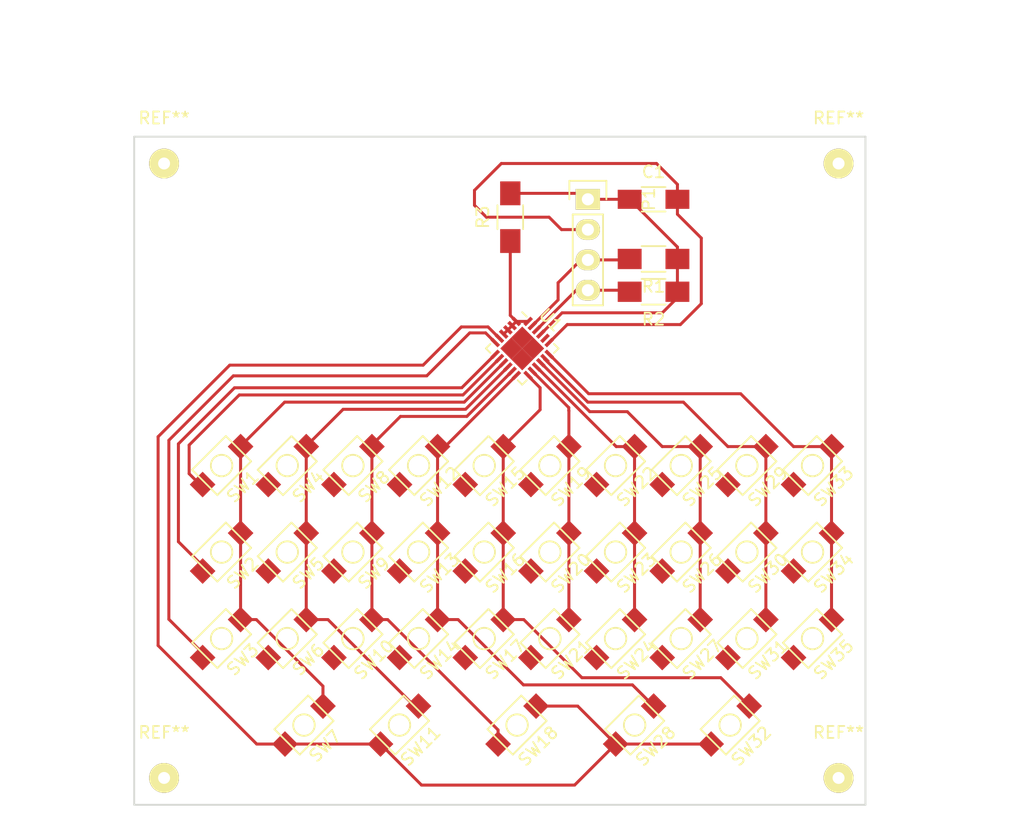
<source format=kicad_pcb>
(kicad_pcb (version 4) (host pcbnew 4.0.2-stable)

  (general
    (links 87)
    (no_connects 29)
    (area 103.105713 42.15 193 111.15)
    (thickness 1.6)
    (drawings 6)
    (tracks 152)
    (zones 0)
    (modules 45)
    (nets 20)
  )

  (page A4)
  (layers
    (0 F.Cu signal)
    (31 B.Cu signal)
    (32 B.Adhes user)
    (33 F.Adhes user)
    (34 B.Paste user)
    (35 F.Paste user)
    (36 B.SilkS user)
    (37 F.SilkS user)
    (38 B.Mask user)
    (39 F.Mask user)
    (40 Dwgs.User user)
    (41 Cmts.User user)
    (42 Eco1.User user)
    (43 Eco2.User user)
    (44 Edge.Cuts user)
    (45 Margin user)
    (46 B.CrtYd user)
    (47 F.CrtYd user)
    (48 B.Fab user)
    (49 F.Fab user)
  )

  (setup
    (last_trace_width 0.25)
    (trace_clearance 0.2)
    (zone_clearance 0.508)
    (zone_45_only no)
    (trace_min 0.2)
    (segment_width 0.2)
    (edge_width 0.15)
    (via_size 0.6)
    (via_drill 0.4)
    (via_min_size 0.4)
    (via_min_drill 0.3)
    (uvia_size 0.3)
    (uvia_drill 0.1)
    (uvias_allowed no)
    (uvia_min_size 0.2)
    (uvia_min_drill 0.1)
    (pcb_text_width 0.3)
    (pcb_text_size 1.5 1.5)
    (mod_edge_width 0.15)
    (mod_text_size 1 1)
    (mod_text_width 0.15)
    (pad_size 1.3 1.3)
    (pad_drill 0)
    (pad_to_mask_clearance 0.2)
    (aux_axis_origin 0 0)
    (visible_elements FFFFFF7F)
    (pcbplotparams
      (layerselection 0x00000_80000001)
      (usegerberextensions false)
      (excludeedgelayer true)
      (linewidth 0.100000)
      (plotframeref false)
      (viasonmask false)
      (mode 1)
      (useauxorigin false)
      (hpglpennumber 1)
      (hpglpenspeed 20)
      (hpglpendiameter 15)
      (hpglpenoverlay 2)
      (psnegative false)
      (psa4output false)
      (plotreference true)
      (plotvalue true)
      (plotinvisibletext false)
      (padsonsilk false)
      (subtractmaskfromsilk false)
      (outputformat 4)
      (mirror false)
      (drillshape 1)
      (scaleselection 1)
      (outputdirectory gerber))
  )

  (net 0 "")
  (net 1 +3V3)
  (net 2 GND)
  (net 3 SCL)
  (net 4 SDA)
  (net 5 "Net-(R3-Pad1)")
  (net 6 /ROW0)
  (net 7 /COL0)
  (net 8 /ROW1)
  (net 9 /ROW2)
  (net 10 /COL1)
  (net 11 /ROW3)
  (net 12 /COL2)
  (net 13 /COL3)
  (net 14 /COL4)
  (net 15 /COL5)
  (net 16 /COL6)
  (net 17 /COL7)
  (net 18 /COL8)
  (net 19 /COL9)

  (net_class Default "This is the default net class."
    (clearance 0.2)
    (trace_width 0.25)
    (via_dia 0.6)
    (via_drill 0.4)
    (uvia_dia 0.3)
    (uvia_drill 0.1)
    (add_net +3V3)
    (add_net /COL0)
    (add_net /COL1)
    (add_net /COL2)
    (add_net /COL3)
    (add_net /COL4)
    (add_net /COL5)
    (add_net /COL6)
    (add_net /COL7)
    (add_net /COL8)
    (add_net /COL9)
    (add_net /ROW0)
    (add_net /ROW1)
    (add_net /ROW2)
    (add_net /ROW3)
    (add_net GND)
    (add_net "Net-(R3-Pad1)")
    (add_net SCL)
    (add_net SDA)
  )

  (module Wire_Pads:SolderWirePad_single_1mmDrill (layer F.Cu) (tedit 0) (tstamp 5785F510)
    (at 173.5 55.5)
    (fp_text reference REF** (at 0 -3.81) (layer F.SilkS)
      (effects (font (size 1 1) (thickness 0.15)))
    )
    (fp_text value SolderWirePad_single_1mmDrill (at -1.905 3.175) (layer F.Fab)
      (effects (font (size 1 1) (thickness 0.15)))
    )
    (pad 1 thru_hole circle (at 0 0) (size 2.49936 2.49936) (drill 1.00076) (layers *.Cu *.Mask F.SilkS))
  )

  (module Wire_Pads:SolderWirePad_single_1mmDrill (layer F.Cu) (tedit 0) (tstamp 5785F50B)
    (at 173.5 107)
    (fp_text reference REF** (at 0 -3.81) (layer F.SilkS)
      (effects (font (size 1 1) (thickness 0.15)))
    )
    (fp_text value SolderWirePad_single_1mmDrill (at -1.905 3.175) (layer F.Fab)
      (effects (font (size 1 1) (thickness 0.15)))
    )
    (pad 1 thru_hole circle (at 0 0) (size 2.49936 2.49936) (drill 1.00076) (layers *.Cu *.Mask F.SilkS))
  )

  (module Wire_Pads:SolderWirePad_single_1mmDrill (layer F.Cu) (tedit 0) (tstamp 5785F506)
    (at 117 107)
    (fp_text reference REF** (at 0 -3.81) (layer F.SilkS)
      (effects (font (size 1 1) (thickness 0.15)))
    )
    (fp_text value SolderWirePad_single_1mmDrill (at -1.905 3.175) (layer F.Fab)
      (effects (font (size 1 1) (thickness 0.15)))
    )
    (pad 1 thru_hole circle (at 0 0) (size 2.49936 2.49936) (drill 1.00076) (layers *.Cu *.Mask F.SilkS))
  )

  (module Capacitors_SMD:C_1206_HandSoldering (layer F.Cu) (tedit 541A9C03) (tstamp 577825E7)
    (at 158 58.5)
    (descr "Capacitor SMD 1206, hand soldering")
    (tags "capacitor 1206")
    (path /5777F7F8)
    (attr smd)
    (fp_text reference C1 (at 0 -2.3) (layer F.SilkS)
      (effects (font (size 1 1) (thickness 0.15)))
    )
    (fp_text value C_Small (at 0 2.3) (layer F.Fab)
      (effects (font (size 1 1) (thickness 0.15)))
    )
    (fp_line (start -3.3 -1.15) (end 3.3 -1.15) (layer F.CrtYd) (width 0.05))
    (fp_line (start -3.3 1.15) (end 3.3 1.15) (layer F.CrtYd) (width 0.05))
    (fp_line (start -3.3 -1.15) (end -3.3 1.15) (layer F.CrtYd) (width 0.05))
    (fp_line (start 3.3 -1.15) (end 3.3 1.15) (layer F.CrtYd) (width 0.05))
    (fp_line (start 1 -1.025) (end -1 -1.025) (layer F.SilkS) (width 0.15))
    (fp_line (start -1 1.025) (end 1 1.025) (layer F.SilkS) (width 0.15))
    (pad 1 smd rect (at -2 0) (size 2 1.6) (layers F.Cu F.Paste F.Mask)
      (net 1 +3V3))
    (pad 2 smd rect (at 2 0) (size 2 1.6) (layers F.Cu F.Paste F.Mask)
      (net 2 GND))
    (model Capacitors_SMD.3dshapes/C_1206_HandSoldering.wrl
      (at (xyz 0 0 0))
      (scale (xyz 1 1 1))
      (rotate (xyz 0 0 0))
    )
  )

  (module Socket_Strips:Socket_Strip_Straight_1x04 (layer F.Cu) (tedit 0) (tstamp 577825EF)
    (at 152.5 58.5 270)
    (descr "Through hole socket strip")
    (tags "socket strip")
    (path /5777EDAC)
    (fp_text reference P1 (at 0 -5.1 270) (layer F.SilkS)
      (effects (font (size 1 1) (thickness 0.15)))
    )
    (fp_text value CONN_01X04 (at 0 -3.1 270) (layer F.Fab)
      (effects (font (size 1 1) (thickness 0.15)))
    )
    (fp_line (start -1.75 -1.75) (end -1.75 1.75) (layer F.CrtYd) (width 0.05))
    (fp_line (start 9.4 -1.75) (end 9.4 1.75) (layer F.CrtYd) (width 0.05))
    (fp_line (start -1.75 -1.75) (end 9.4 -1.75) (layer F.CrtYd) (width 0.05))
    (fp_line (start -1.75 1.75) (end 9.4 1.75) (layer F.CrtYd) (width 0.05))
    (fp_line (start 1.27 -1.27) (end 8.89 -1.27) (layer F.SilkS) (width 0.15))
    (fp_line (start 1.27 1.27) (end 8.89 1.27) (layer F.SilkS) (width 0.15))
    (fp_line (start -1.55 1.55) (end 0 1.55) (layer F.SilkS) (width 0.15))
    (fp_line (start 8.89 -1.27) (end 8.89 1.27) (layer F.SilkS) (width 0.15))
    (fp_line (start 1.27 1.27) (end 1.27 -1.27) (layer F.SilkS) (width 0.15))
    (fp_line (start 0 -1.55) (end -1.55 -1.55) (layer F.SilkS) (width 0.15))
    (fp_line (start -1.55 -1.55) (end -1.55 1.55) (layer F.SilkS) (width 0.15))
    (pad 1 thru_hole rect (at 0 0 270) (size 1.7272 2.032) (drill 1.016) (layers *.Cu *.Mask F.SilkS)
      (net 1 +3V3))
    (pad 2 thru_hole oval (at 2.54 0 270) (size 1.7272 2.032) (drill 1.016) (layers *.Cu *.Mask F.SilkS)
      (net 2 GND))
    (pad 3 thru_hole oval (at 5.08 0 270) (size 1.7272 2.032) (drill 1.016) (layers *.Cu *.Mask F.SilkS)
      (net 3 SCL))
    (pad 4 thru_hole oval (at 7.62 0 270) (size 1.7272 2.032) (drill 1.016) (layers *.Cu *.Mask F.SilkS)
      (net 4 SDA))
    (model Socket_Strips.3dshapes/Socket_Strip_Straight_1x04.wrl
      (at (xyz 0.15 0 0))
      (scale (xyz 1 1 1))
      (rotate (xyz 0 0 180))
    )
  )

  (module Resistors_SMD:R_1206_HandSoldering (layer F.Cu) (tedit 5418A20D) (tstamp 577825F5)
    (at 158 63.5 180)
    (descr "Resistor SMD 1206, hand soldering")
    (tags "resistor 1206")
    (path /57780D13)
    (attr smd)
    (fp_text reference R1 (at 0 -2.3 180) (layer F.SilkS)
      (effects (font (size 1 1) (thickness 0.15)))
    )
    (fp_text value 4.7k (at 0 2.3 180) (layer F.Fab)
      (effects (font (size 1 1) (thickness 0.15)))
    )
    (fp_line (start -3.3 -1.2) (end 3.3 -1.2) (layer F.CrtYd) (width 0.05))
    (fp_line (start -3.3 1.2) (end 3.3 1.2) (layer F.CrtYd) (width 0.05))
    (fp_line (start -3.3 -1.2) (end -3.3 1.2) (layer F.CrtYd) (width 0.05))
    (fp_line (start 3.3 -1.2) (end 3.3 1.2) (layer F.CrtYd) (width 0.05))
    (fp_line (start 1 1.075) (end -1 1.075) (layer F.SilkS) (width 0.15))
    (fp_line (start -1 -1.075) (end 1 -1.075) (layer F.SilkS) (width 0.15))
    (pad 1 smd rect (at -2 0 180) (size 2 1.7) (layers F.Cu F.Paste F.Mask)
      (net 1 +3V3))
    (pad 2 smd rect (at 2 0 180) (size 2 1.7) (layers F.Cu F.Paste F.Mask)
      (net 3 SCL))
    (model Resistors_SMD.3dshapes/R_1206_HandSoldering.wrl
      (at (xyz 0 0 0))
      (scale (xyz 1 1 1))
      (rotate (xyz 0 0 0))
    )
  )

  (module Resistors_SMD:R_1206_HandSoldering (layer F.Cu) (tedit 5418A20D) (tstamp 577825FB)
    (at 158 66.25 180)
    (descr "Resistor SMD 1206, hand soldering")
    (tags "resistor 1206")
    (path /57780CA0)
    (attr smd)
    (fp_text reference R2 (at 0 -2.3 180) (layer F.SilkS)
      (effects (font (size 1 1) (thickness 0.15)))
    )
    (fp_text value 4.7k (at 0 2.3 180) (layer F.Fab)
      (effects (font (size 1 1) (thickness 0.15)))
    )
    (fp_line (start -3.3 -1.2) (end 3.3 -1.2) (layer F.CrtYd) (width 0.05))
    (fp_line (start -3.3 1.2) (end 3.3 1.2) (layer F.CrtYd) (width 0.05))
    (fp_line (start -3.3 -1.2) (end -3.3 1.2) (layer F.CrtYd) (width 0.05))
    (fp_line (start 3.3 -1.2) (end 3.3 1.2) (layer F.CrtYd) (width 0.05))
    (fp_line (start 1 1.075) (end -1 1.075) (layer F.SilkS) (width 0.15))
    (fp_line (start -1 -1.075) (end 1 -1.075) (layer F.SilkS) (width 0.15))
    (pad 1 smd rect (at -2 0 180) (size 2 1.7) (layers F.Cu F.Paste F.Mask)
      (net 1 +3V3))
    (pad 2 smd rect (at 2 0 180) (size 2 1.7) (layers F.Cu F.Paste F.Mask)
      (net 4 SDA))
    (model Resistors_SMD.3dshapes/R_1206_HandSoldering.wrl
      (at (xyz 0 0 0))
      (scale (xyz 1 1 1))
      (rotate (xyz 0 0 0))
    )
  )

  (module Resistors_SMD:R_1206_HandSoldering (layer F.Cu) (tedit 5418A20D) (tstamp 57782601)
    (at 146 60 90)
    (descr "Resistor SMD 1206, hand soldering")
    (tags "resistor 1206")
    (path /5777DC65)
    (attr smd)
    (fp_text reference R3 (at 0 -2.3 90) (layer F.SilkS)
      (effects (font (size 1 1) (thickness 0.15)))
    )
    (fp_text value 10k (at 0 2.3 90) (layer F.Fab)
      (effects (font (size 1 1) (thickness 0.15)))
    )
    (fp_line (start -3.3 -1.2) (end 3.3 -1.2) (layer F.CrtYd) (width 0.05))
    (fp_line (start -3.3 1.2) (end 3.3 1.2) (layer F.CrtYd) (width 0.05))
    (fp_line (start -3.3 -1.2) (end -3.3 1.2) (layer F.CrtYd) (width 0.05))
    (fp_line (start 3.3 -1.2) (end 3.3 1.2) (layer F.CrtYd) (width 0.05))
    (fp_line (start 1 1.075) (end -1 1.075) (layer F.SilkS) (width 0.15))
    (fp_line (start -1 -1.075) (end 1 -1.075) (layer F.SilkS) (width 0.15))
    (pad 1 smd rect (at -2 0 90) (size 2 1.7) (layers F.Cu F.Paste F.Mask)
      (net 5 "Net-(R3-Pad1)"))
    (pad 2 smd rect (at 2 0 90) (size 2 1.7) (layers F.Cu F.Paste F.Mask)
      (net 1 +3V3))
    (model Resistors_SMD.3dshapes/R_1206_HandSoldering.wrl
      (at (xyz 0 0 0))
      (scale (xyz 1 1 1))
      (rotate (xyz 0 0 0))
    )
  )

  (module TCA8418:TCA8418RTWR (layer F.Cu) (tedit 5777885D) (tstamp 577827D0)
    (at 147 71 315)
    (descr "24-Lead Plastic Quad Flat, No Lead Package (MJ) - 4x4x0.9 mm Body [QFN]; (see Microchip Packaging Specification 00000049BS.pdf)")
    (tags "QFN 0.5")
    (path /57778F82)
    (attr smd)
    (fp_text reference U1 (at 0 -3.375 315) (layer F.SilkS)
      (effects (font (size 1 1) (thickness 0.15)))
    )
    (fp_text value TCA8418 (at 0 3.81 315) (layer F.Fab)
      (effects (font (size 1 1) (thickness 0.15)))
    )
    (fp_line (start -2.65 -2.65) (end -2.65 2.65) (layer F.CrtYd) (width 0.05))
    (fp_line (start 2.65 -2.65) (end 2.65 2.65) (layer F.CrtYd) (width 0.05))
    (fp_line (start -2.65 -2.65) (end 2.65 -2.65) (layer F.CrtYd) (width 0.05))
    (fp_line (start -2.65 2.65) (end 2.65 2.65) (layer F.CrtYd) (width 0.05))
    (fp_line (start 2.15 -2.15) (end 2.15 -1.625) (layer F.SilkS) (width 0.15))
    (fp_line (start -2.15 2.15) (end -2.15 1.625) (layer F.SilkS) (width 0.15))
    (fp_line (start 2.15 2.15) (end 2.15 1.625) (layer F.SilkS) (width 0.15))
    (fp_line (start -2.15 -2.15) (end -1.625 -2.15) (layer F.SilkS) (width 0.15))
    (fp_line (start -2.15 2.15) (end -1.625 2.15) (layer F.SilkS) (width 0.15))
    (fp_line (start 2.15 2.15) (end 1.625 2.15) (layer F.SilkS) (width 0.15))
    (fp_line (start 2.15 -2.15) (end 1.625 -2.15) (layer F.SilkS) (width 0.15))
    (pad 1 smd rect (at -1.95 -1.25 315) (size 0.85 0.3) (layers F.Cu F.Paste F.Mask)
      (net 5 "Net-(R3-Pad1)"))
    (pad 2 smd rect (at -1.95 -0.75 315) (size 0.85 0.3) (layers F.Cu F.Paste F.Mask)
      (net 5 "Net-(R3-Pad1)"))
    (pad 3 smd rect (at -1.95 -0.25 315) (size 0.85 0.3) (layers F.Cu F.Paste F.Mask)
      (net 5 "Net-(R3-Pad1)"))
    (pad 4 smd rect (at -1.95 0.25 315) (size 0.85 0.3) (layers F.Cu F.Paste F.Mask)
      (net 5 "Net-(R3-Pad1)"))
    (pad 5 smd rect (at -1.95 0.75 315) (size 0.85 0.3) (layers F.Cu F.Paste F.Mask)
      (net 11 /ROW3))
    (pad 6 smd rect (at -1.95 1.25 315) (size 0.85 0.3) (layers F.Cu F.Paste F.Mask)
      (net 9 /ROW2))
    (pad 7 smd rect (at -1.25 1.95 45) (size 0.85 0.3) (layers F.Cu F.Paste F.Mask)
      (net 8 /ROW1))
    (pad 8 smd rect (at -0.75 1.95 45) (size 0.85 0.3) (layers F.Cu F.Paste F.Mask)
      (net 6 /ROW0))
    (pad 9 smd rect (at -0.25 1.95 45) (size 0.85 0.3) (layers F.Cu F.Paste F.Mask)
      (net 7 /COL0))
    (pad 10 smd rect (at 0.25 1.95 45) (size 0.85 0.3) (layers F.Cu F.Paste F.Mask)
      (net 10 /COL1))
    (pad 11 smd rect (at 0.75 1.95 45) (size 0.85 0.3) (layers F.Cu F.Paste F.Mask)
      (net 12 /COL2))
    (pad 12 smd rect (at 1.25 1.95 45) (size 0.85 0.3) (layers F.Cu F.Paste F.Mask)
      (net 13 /COL3))
    (pad 13 smd rect (at 1.95 1.25 315) (size 0.85 0.3) (layers F.Cu F.Paste F.Mask)
      (net 14 /COL4))
    (pad 14 smd rect (at 1.95 0.75 315) (size 0.85 0.3) (layers F.Cu F.Paste F.Mask)
      (net 15 /COL5))
    (pad 15 smd rect (at 1.95 0.25 315) (size 0.85 0.3) (layers F.Cu F.Paste F.Mask)
      (net 16 /COL6))
    (pad 16 smd rect (at 1.95 -0.25 315) (size 0.85 0.3) (layers F.Cu F.Paste F.Mask)
      (net 17 /COL7))
    (pad 17 smd rect (at 1.95 -0.75 315) (size 0.85 0.3) (layers F.Cu F.Paste F.Mask)
      (net 18 /COL8))
    (pad 18 smd rect (at 1.95 -1.25 315) (size 0.85 0.3) (layers F.Cu F.Paste F.Mask)
      (net 19 /COL9))
    (pad 19 smd rect (at 1.25 -1.95 45) (size 0.85 0.3) (layers F.Cu F.Paste F.Mask)
      (net 2 GND))
    (pad 20 smd rect (at 0.75 -1.95 45) (size 0.85 0.3) (layers F.Cu F.Paste F.Mask)
      (net 5 "Net-(R3-Pad1)"))
    (pad 21 smd rect (at 0.25 -1.95 45) (size 0.85 0.3) (layers F.Cu F.Paste F.Mask)
      (net 1 +3V3))
    (pad 22 smd rect (at -0.25 -1.95 45) (size 0.85 0.3) (layers F.Cu F.Paste F.Mask)
      (net 4 SDA))
    (pad 23 smd rect (at -0.75 -1.95 45) (size 0.85 0.3) (layers F.Cu F.Paste F.Mask)
      (net 3 SCL))
    (pad 24 smd rect (at -1.25 -1.95 45) (size 0.85 0.3) (layers F.Cu F.Paste F.Mask)
      (net 5 "Net-(R3-Pad1)"))
    (pad 25 smd rect (at 0.65 0.65 315) (size 1.3 1.3) (layers F.Cu F.Paste F.Mask)
      (solder_paste_margin_ratio -0.2))
    (pad 25 smd rect (at 0.65 -0.65 315) (size 1.3 1.3) (layers F.Cu F.Paste F.Mask)
      (solder_paste_margin_ratio -0.2))
    (pad 25 smd rect (at -0.65 0.65 315) (size 1.3 1.3) (layers F.Cu F.Paste F.Mask)
      (solder_paste_margin_ratio -0.2))
    (pad 25 smd rect (at -0.65 -0.65 315) (size 1.3 1.3) (layers F.Cu F.Paste F.Mask)
      (solder_paste_margin_ratio -0.2))
    (model Housings_DFN_QFN.3dshapes/QFN-24-1EP_4x4mm_Pitch0.5mm.wrl
      (at (xyz 0 0 0))
      (scale (xyz 1 1 1))
      (rotate (xyz 0 0 0))
    )
  )

  (module TCA8418:SMD_Switch_4x3mm (layer F.Cu) (tedit 57782D73) (tstamp 577827A5)
    (at 174.5 98.5 45)
    (path /572E7B13)
    (fp_text reference SW35 (at 0 -2 45) (layer F.SilkS)
      (effects (font (size 1 1) (thickness 0.15)))
    )
    (fp_text value SW_ENT (at 0 -6.75 45) (layer F.Fab)
      (effects (font (size 1 1) (thickness 0.15)))
    )
    (fp_circle (center 0 -4.5) (end 0.75 -4) (layer F.SilkS) (width 0.15))
    (fp_line (start -2 -3) (end -2 -6) (layer F.SilkS) (width 0.15))
    (fp_line (start -2 -6) (end 2 -6) (layer F.SilkS) (width 0.15))
    (fp_line (start 2 -6) (end 2 -3) (layer F.SilkS) (width 0.15))
    (fp_line (start 2 -3) (end 0 -3) (layer F.SilkS) (width 0.15))
    (fp_line (start 0 -3) (end -2 -3) (layer F.SilkS) (width 0.15))
    (pad 1 smd rect (at -2.25 -4.5 45) (size 1.524 1.524) (layers F.Cu F.Paste F.Mask)
      (net 9 /ROW2))
    (pad 2 smd rect (at 2.25 -4.5 45) (size 1.524 1.524) (layers F.Cu F.Paste F.Mask)
      (net 19 /COL9))
  )

  (module TCA8418:SMD_Switch_4x3mm (layer F.Cu) (tedit 57782D73) (tstamp 57782799)
    (at 174.5 91.25 45)
    (path /572E78D9)
    (fp_text reference SW34 (at 0 -2 45) (layer F.SilkS)
      (effects (font (size 1 1) (thickness 0.15)))
    )
    (fp_text value SW_BK (at 0 -6.75 45) (layer F.Fab)
      (effects (font (size 1 1) (thickness 0.15)))
    )
    (fp_circle (center 0 -4.5) (end 0.75 -4) (layer F.SilkS) (width 0.15))
    (fp_line (start -2 -3) (end -2 -6) (layer F.SilkS) (width 0.15))
    (fp_line (start -2 -6) (end 2 -6) (layer F.SilkS) (width 0.15))
    (fp_line (start 2 -6) (end 2 -3) (layer F.SilkS) (width 0.15))
    (fp_line (start 2 -3) (end 0 -3) (layer F.SilkS) (width 0.15))
    (fp_line (start 0 -3) (end -2 -3) (layer F.SilkS) (width 0.15))
    (pad 1 smd rect (at -2.25 -4.5 45) (size 1.524 1.524) (layers F.Cu F.Paste F.Mask)
      (net 8 /ROW1))
    (pad 2 smd rect (at 2.25 -4.5 45) (size 1.524 1.524) (layers F.Cu F.Paste F.Mask)
      (net 19 /COL9))
  )

  (module TCA8418:SMD_Switch_4x3mm (layer F.Cu) (tedit 57782D73) (tstamp 5778278D)
    (at 174.5 84 45)
    (path /572E734D)
    (fp_text reference SW33 (at 0 -2 45) (layer F.SilkS)
      (effects (font (size 1 1) (thickness 0.15)))
    )
    (fp_text value SW_P (at 0 -6.75 45) (layer F.Fab)
      (effects (font (size 1 1) (thickness 0.15)))
    )
    (fp_circle (center 0 -4.5) (end 0.75 -4) (layer F.SilkS) (width 0.15))
    (fp_line (start -2 -3) (end -2 -6) (layer F.SilkS) (width 0.15))
    (fp_line (start -2 -6) (end 2 -6) (layer F.SilkS) (width 0.15))
    (fp_line (start 2 -6) (end 2 -3) (layer F.SilkS) (width 0.15))
    (fp_line (start 2 -3) (end 0 -3) (layer F.SilkS) (width 0.15))
    (fp_line (start 0 -3) (end -2 -3) (layer F.SilkS) (width 0.15))
    (pad 1 smd rect (at -2.25 -4.5 45) (size 1.524 1.524) (layers F.Cu F.Paste F.Mask)
      (net 6 /ROW0))
    (pad 2 smd rect (at 2.25 -4.5 45) (size 1.524 1.524) (layers F.Cu F.Paste F.Mask)
      (net 19 /COL9))
  )

  (module TCA8418:SMD_Switch_4x3mm (layer F.Cu) (tedit 57782D73) (tstamp 57782781)
    (at 167.6 105.75 45)
    (path /572E815F)
    (fp_text reference SW32 (at 0 -2 45) (layer F.SilkS)
      (effects (font (size 1 1) (thickness 0.15)))
    )
    (fp_text value SW_RSHIFT (at 0 -6.75 45) (layer F.Fab)
      (effects (font (size 1 1) (thickness 0.15)))
    )
    (fp_circle (center 0 -4.5) (end 0.75 -4) (layer F.SilkS) (width 0.15))
    (fp_line (start -2 -3) (end -2 -6) (layer F.SilkS) (width 0.15))
    (fp_line (start -2 -6) (end 2 -6) (layer F.SilkS) (width 0.15))
    (fp_line (start 2 -6) (end 2 -3) (layer F.SilkS) (width 0.15))
    (fp_line (start 2 -3) (end 0 -3) (layer F.SilkS) (width 0.15))
    (fp_line (start 0 -3) (end -2 -3) (layer F.SilkS) (width 0.15))
    (pad 1 smd rect (at -2.25 -4.5 45) (size 1.524 1.524) (layers F.Cu F.Paste F.Mask)
      (net 11 /ROW3))
    (pad 2 smd rect (at 2.25 -4.5 45) (size 1.524 1.524) (layers F.Cu F.Paste F.Mask)
      (net 14 /COL4))
  )

  (module TCA8418:SMD_Switch_4x3mm (layer F.Cu) (tedit 57782D73) (tstamp 57782775)
    (at 169 98.5 45)
    (path /572E7B0D)
    (fp_text reference SW31 (at 0 -2 45) (layer F.SilkS)
      (effects (font (size 1 1) (thickness 0.15)))
    )
    (fp_text value SW_$ (at 0 -6.75 45) (layer F.Fab)
      (effects (font (size 1 1) (thickness 0.15)))
    )
    (fp_circle (center 0 -4.5) (end 0.75 -4) (layer F.SilkS) (width 0.15))
    (fp_line (start -2 -3) (end -2 -6) (layer F.SilkS) (width 0.15))
    (fp_line (start -2 -6) (end 2 -6) (layer F.SilkS) (width 0.15))
    (fp_line (start 2 -6) (end 2 -3) (layer F.SilkS) (width 0.15))
    (fp_line (start 2 -3) (end 0 -3) (layer F.SilkS) (width 0.15))
    (fp_line (start 0 -3) (end -2 -3) (layer F.SilkS) (width 0.15))
    (pad 1 smd rect (at -2.25 -4.5 45) (size 1.524 1.524) (layers F.Cu F.Paste F.Mask)
      (net 9 /ROW2))
    (pad 2 smd rect (at 2.25 -4.5 45) (size 1.524 1.524) (layers F.Cu F.Paste F.Mask)
      (net 18 /COL8))
  )

  (module TCA8418:SMD_Switch_4x3mm (layer F.Cu) (tedit 57782D73) (tstamp 57782769)
    (at 169 91.25 45)
    (path /572E78D3)
    (fp_text reference SW30 (at 0 -2 45) (layer F.SilkS)
      (effects (font (size 1 1) (thickness 0.15)))
    )
    (fp_text value SW_L (at 0 -6.75 45) (layer F.Fab)
      (effects (font (size 1 1) (thickness 0.15)))
    )
    (fp_circle (center 0 -4.5) (end 0.75 -4) (layer F.SilkS) (width 0.15))
    (fp_line (start -2 -3) (end -2 -6) (layer F.SilkS) (width 0.15))
    (fp_line (start -2 -6) (end 2 -6) (layer F.SilkS) (width 0.15))
    (fp_line (start 2 -6) (end 2 -3) (layer F.SilkS) (width 0.15))
    (fp_line (start 2 -3) (end 0 -3) (layer F.SilkS) (width 0.15))
    (fp_line (start 0 -3) (end -2 -3) (layer F.SilkS) (width 0.15))
    (pad 1 smd rect (at -2.25 -4.5 45) (size 1.524 1.524) (layers F.Cu F.Paste F.Mask)
      (net 8 /ROW1))
    (pad 2 smd rect (at 2.25 -4.5 45) (size 1.524 1.524) (layers F.Cu F.Paste F.Mask)
      (net 18 /COL8))
  )

  (module TCA8418:SMD_Switch_4x3mm (layer F.Cu) (tedit 57782D73) (tstamp 5778275D)
    (at 169 84 45)
    (path /572E7347)
    (fp_text reference SW29 (at 0 -2 45) (layer F.SilkS)
      (effects (font (size 1 1) (thickness 0.15)))
    )
    (fp_text value SW_O (at 0 -6.75 45) (layer F.Fab)
      (effects (font (size 1 1) (thickness 0.15)))
    )
    (fp_circle (center 0 -4.5) (end 0.75 -4) (layer F.SilkS) (width 0.15))
    (fp_line (start -2 -3) (end -2 -6) (layer F.SilkS) (width 0.15))
    (fp_line (start -2 -6) (end 2 -6) (layer F.SilkS) (width 0.15))
    (fp_line (start 2 -6) (end 2 -3) (layer F.SilkS) (width 0.15))
    (fp_line (start 2 -3) (end 0 -3) (layer F.SilkS) (width 0.15))
    (fp_line (start 0 -3) (end -2 -3) (layer F.SilkS) (width 0.15))
    (pad 1 smd rect (at -2.25 -4.5 45) (size 1.524 1.524) (layers F.Cu F.Paste F.Mask)
      (net 6 /ROW0))
    (pad 2 smd rect (at 2.25 -4.5 45) (size 1.524 1.524) (layers F.Cu F.Paste F.Mask)
      (net 18 /COL8))
  )

  (module TCA8418:SMD_Switch_4x3mm (layer F.Cu) (tedit 57782D73) (tstamp 57782751)
    (at 159.6 105.75 45)
    (path /572E80F0)
    (fp_text reference SW28 (at 0 -2 45) (layer F.SilkS)
      (effects (font (size 1 1) (thickness 0.15)))
    )
    (fp_text value SW_SYM (at 0 -6.75 45) (layer F.Fab)
      (effects (font (size 1 1) (thickness 0.15)))
    )
    (fp_circle (center 0 -4.5) (end 0.75 -4) (layer F.SilkS) (width 0.15))
    (fp_line (start -2 -3) (end -2 -6) (layer F.SilkS) (width 0.15))
    (fp_line (start -2 -6) (end 2 -6) (layer F.SilkS) (width 0.15))
    (fp_line (start 2 -6) (end 2 -3) (layer F.SilkS) (width 0.15))
    (fp_line (start 2 -3) (end 0 -3) (layer F.SilkS) (width 0.15))
    (fp_line (start 0 -3) (end -2 -3) (layer F.SilkS) (width 0.15))
    (pad 1 smd rect (at -2.25 -4.5 45) (size 1.524 1.524) (layers F.Cu F.Paste F.Mask)
      (net 11 /ROW3))
    (pad 2 smd rect (at 2.25 -4.5 45) (size 1.524 1.524) (layers F.Cu F.Paste F.Mask)
      (net 13 /COL3))
  )

  (module TCA8418:SMD_Switch_4x3mm (layer F.Cu) (tedit 57782D73) (tstamp 57782745)
    (at 163.5 98.5 45)
    (path /572E7B07)
    (fp_text reference SW27 (at 0 -2 45) (layer F.SilkS)
      (effects (font (size 1 1) (thickness 0.15)))
    )
    (fp_text value SW_M (at 0 -6.75 45) (layer F.Fab)
      (effects (font (size 1 1) (thickness 0.15)))
    )
    (fp_circle (center 0 -4.5) (end 0.75 -4) (layer F.SilkS) (width 0.15))
    (fp_line (start -2 -3) (end -2 -6) (layer F.SilkS) (width 0.15))
    (fp_line (start -2 -6) (end 2 -6) (layer F.SilkS) (width 0.15))
    (fp_line (start 2 -6) (end 2 -3) (layer F.SilkS) (width 0.15))
    (fp_line (start 2 -3) (end 0 -3) (layer F.SilkS) (width 0.15))
    (fp_line (start 0 -3) (end -2 -3) (layer F.SilkS) (width 0.15))
    (pad 1 smd rect (at -2.25 -4.5 45) (size 1.524 1.524) (layers F.Cu F.Paste F.Mask)
      (net 9 /ROW2))
    (pad 2 smd rect (at 2.25 -4.5 45) (size 1.524 1.524) (layers F.Cu F.Paste F.Mask)
      (net 17 /COL7))
  )

  (module TCA8418:SMD_Switch_4x3mm (layer F.Cu) (tedit 57782D73) (tstamp 57782739)
    (at 163.5 91.25 45)
    (path /572E78CD)
    (fp_text reference SW26 (at 0 -2 45) (layer F.SilkS)
      (effects (font (size 1 1) (thickness 0.15)))
    )
    (fp_text value SW_K (at 0 -6.75 45) (layer F.Fab)
      (effects (font (size 1 1) (thickness 0.15)))
    )
    (fp_circle (center 0 -4.5) (end 0.75 -4) (layer F.SilkS) (width 0.15))
    (fp_line (start -2 -3) (end -2 -6) (layer F.SilkS) (width 0.15))
    (fp_line (start -2 -6) (end 2 -6) (layer F.SilkS) (width 0.15))
    (fp_line (start 2 -6) (end 2 -3) (layer F.SilkS) (width 0.15))
    (fp_line (start 2 -3) (end 0 -3) (layer F.SilkS) (width 0.15))
    (fp_line (start 0 -3) (end -2 -3) (layer F.SilkS) (width 0.15))
    (pad 1 smd rect (at -2.25 -4.5 45) (size 1.524 1.524) (layers F.Cu F.Paste F.Mask)
      (net 8 /ROW1))
    (pad 2 smd rect (at 2.25 -4.5 45) (size 1.524 1.524) (layers F.Cu F.Paste F.Mask)
      (net 17 /COL7))
  )

  (module TCA8418:SMD_Switch_4x3mm (layer F.Cu) (tedit 57782D73) (tstamp 5778272D)
    (at 163.5 84 45)
    (path /572E7129)
    (fp_text reference SW25 (at 0 -2 45) (layer F.SilkS)
      (effects (font (size 1 1) (thickness 0.15)))
    )
    (fp_text value SW_I (at 0 -6.75 45) (layer F.Fab)
      (effects (font (size 1 1) (thickness 0.15)))
    )
    (fp_circle (center 0 -4.5) (end 0.75 -4) (layer F.SilkS) (width 0.15))
    (fp_line (start -2 -3) (end -2 -6) (layer F.SilkS) (width 0.15))
    (fp_line (start -2 -6) (end 2 -6) (layer F.SilkS) (width 0.15))
    (fp_line (start 2 -6) (end 2 -3) (layer F.SilkS) (width 0.15))
    (fp_line (start 2 -3) (end 0 -3) (layer F.SilkS) (width 0.15))
    (fp_line (start 0 -3) (end -2 -3) (layer F.SilkS) (width 0.15))
    (pad 1 smd rect (at -2.25 -4.5 45) (size 1.524 1.524) (layers F.Cu F.Paste F.Mask)
      (net 6 /ROW0))
    (pad 2 smd rect (at 2.25 -4.5 45) (size 1.524 1.524) (layers F.Cu F.Paste F.Mask)
      (net 17 /COL7))
  )

  (module TCA8418:SMD_Switch_4x3mm (layer F.Cu) (tedit 57782D73) (tstamp 57782721)
    (at 158 98.5 45)
    (path /572E7B01)
    (fp_text reference SW24 (at 0 -2 45) (layer F.SilkS)
      (effects (font (size 1 1) (thickness 0.15)))
    )
    (fp_text value SW_N (at 0 -6.75 45) (layer F.Fab)
      (effects (font (size 1 1) (thickness 0.15)))
    )
    (fp_circle (center 0 -4.5) (end 0.75 -4) (layer F.SilkS) (width 0.15))
    (fp_line (start -2 -3) (end -2 -6) (layer F.SilkS) (width 0.15))
    (fp_line (start -2 -6) (end 2 -6) (layer F.SilkS) (width 0.15))
    (fp_line (start 2 -6) (end 2 -3) (layer F.SilkS) (width 0.15))
    (fp_line (start 2 -3) (end 0 -3) (layer F.SilkS) (width 0.15))
    (fp_line (start 0 -3) (end -2 -3) (layer F.SilkS) (width 0.15))
    (pad 1 smd rect (at -2.25 -4.5 45) (size 1.524 1.524) (layers F.Cu F.Paste F.Mask)
      (net 9 /ROW2))
    (pad 2 smd rect (at 2.25 -4.5 45) (size 1.524 1.524) (layers F.Cu F.Paste F.Mask)
      (net 16 /COL6))
  )

  (module TCA8418:SMD_Switch_4x3mm (layer F.Cu) (tedit 57782D73) (tstamp 57782715)
    (at 158 91.25 45)
    (path /572E78C7)
    (fp_text reference SW23 (at 0 -2 45) (layer F.SilkS)
      (effects (font (size 1 1) (thickness 0.15)))
    )
    (fp_text value SW_J (at 0 -6.75 45) (layer F.Fab)
      (effects (font (size 1 1) (thickness 0.15)))
    )
    (fp_circle (center 0 -4.5) (end 0.75 -4) (layer F.SilkS) (width 0.15))
    (fp_line (start -2 -3) (end -2 -6) (layer F.SilkS) (width 0.15))
    (fp_line (start -2 -6) (end 2 -6) (layer F.SilkS) (width 0.15))
    (fp_line (start 2 -6) (end 2 -3) (layer F.SilkS) (width 0.15))
    (fp_line (start 2 -3) (end 0 -3) (layer F.SilkS) (width 0.15))
    (fp_line (start 0 -3) (end -2 -3) (layer F.SilkS) (width 0.15))
    (pad 1 smd rect (at -2.25 -4.5 45) (size 1.524 1.524) (layers F.Cu F.Paste F.Mask)
      (net 8 /ROW1))
    (pad 2 smd rect (at 2.25 -4.5 45) (size 1.524 1.524) (layers F.Cu F.Paste F.Mask)
      (net 16 /COL6))
  )

  (module TCA8418:SMD_Switch_4x3mm (layer F.Cu) (tedit 57782D73) (tstamp 57782709)
    (at 158 84 45)
    (path /572E7123)
    (fp_text reference SW22 (at 0 -2 45) (layer F.SilkS)
      (effects (font (size 1 1) (thickness 0.15)))
    )
    (fp_text value SW_U (at 0 -6.75 45) (layer F.Fab)
      (effects (font (size 1 1) (thickness 0.15)))
    )
    (fp_circle (center 0 -4.5) (end 0.75 -4) (layer F.SilkS) (width 0.15))
    (fp_line (start -2 -3) (end -2 -6) (layer F.SilkS) (width 0.15))
    (fp_line (start -2 -6) (end 2 -6) (layer F.SilkS) (width 0.15))
    (fp_line (start 2 -6) (end 2 -3) (layer F.SilkS) (width 0.15))
    (fp_line (start 2 -3) (end 0 -3) (layer F.SilkS) (width 0.15))
    (fp_line (start 0 -3) (end -2 -3) (layer F.SilkS) (width 0.15))
    (pad 1 smd rect (at -2.25 -4.5 45) (size 1.524 1.524) (layers F.Cu F.Paste F.Mask)
      (net 6 /ROW0))
    (pad 2 smd rect (at 2.25 -4.5 45) (size 1.524 1.524) (layers F.Cu F.Paste F.Mask)
      (net 16 /COL6))
  )

  (module TCA8418:SMD_Switch_4x3mm (layer F.Cu) (tedit 57782D73) (tstamp 577826FD)
    (at 152.5 98.5 45)
    (path /572E7AFB)
    (fp_text reference SW21 (at 0 -2 45) (layer F.SilkS)
      (effects (font (size 1 1) (thickness 0.15)))
    )
    (fp_text value SW_B (at 0 -6.75 45) (layer F.Fab)
      (effects (font (size 1 1) (thickness 0.15)))
    )
    (fp_circle (center 0 -4.5) (end 0.75 -4) (layer F.SilkS) (width 0.15))
    (fp_line (start -2 -3) (end -2 -6) (layer F.SilkS) (width 0.15))
    (fp_line (start -2 -6) (end 2 -6) (layer F.SilkS) (width 0.15))
    (fp_line (start 2 -6) (end 2 -3) (layer F.SilkS) (width 0.15))
    (fp_line (start 2 -3) (end 0 -3) (layer F.SilkS) (width 0.15))
    (fp_line (start 0 -3) (end -2 -3) (layer F.SilkS) (width 0.15))
    (pad 1 smd rect (at -2.25 -4.5 45) (size 1.524 1.524) (layers F.Cu F.Paste F.Mask)
      (net 9 /ROW2))
    (pad 2 smd rect (at 2.25 -4.5 45) (size 1.524 1.524) (layers F.Cu F.Paste F.Mask)
      (net 15 /COL5))
  )

  (module TCA8418:SMD_Switch_4x3mm (layer F.Cu) (tedit 57782D73) (tstamp 577826F1)
    (at 152.5 91.25 45)
    (path /572E78C1)
    (fp_text reference SW20 (at 0 -2 45) (layer F.SilkS)
      (effects (font (size 1 1) (thickness 0.15)))
    )
    (fp_text value SW_H (at 0 -6.75 45) (layer F.Fab)
      (effects (font (size 1 1) (thickness 0.15)))
    )
    (fp_circle (center 0 -4.5) (end 0.75 -4) (layer F.SilkS) (width 0.15))
    (fp_line (start -2 -3) (end -2 -6) (layer F.SilkS) (width 0.15))
    (fp_line (start -2 -6) (end 2 -6) (layer F.SilkS) (width 0.15))
    (fp_line (start 2 -6) (end 2 -3) (layer F.SilkS) (width 0.15))
    (fp_line (start 2 -3) (end 0 -3) (layer F.SilkS) (width 0.15))
    (fp_line (start 0 -3) (end -2 -3) (layer F.SilkS) (width 0.15))
    (pad 1 smd rect (at -2.25 -4.5 45) (size 1.524 1.524) (layers F.Cu F.Paste F.Mask)
      (net 8 /ROW1))
    (pad 2 smd rect (at 2.25 -4.5 45) (size 1.524 1.524) (layers F.Cu F.Paste F.Mask)
      (net 15 /COL5))
  )

  (module TCA8418:SMD_Switch_4x3mm (layer F.Cu) (tedit 57782D73) (tstamp 577826E5)
    (at 152.5 84 45)
    (path /572E711D)
    (fp_text reference SW19 (at 0 -2 45) (layer F.SilkS)
      (effects (font (size 1 1) (thickness 0.15)))
    )
    (fp_text value SW_Y (at 0 -6.75 45) (layer F.Fab)
      (effects (font (size 1 1) (thickness 0.15)))
    )
    (fp_circle (center 0 -4.5) (end 0.75 -4) (layer F.SilkS) (width 0.15))
    (fp_line (start -2 -3) (end -2 -6) (layer F.SilkS) (width 0.15))
    (fp_line (start -2 -6) (end 2 -6) (layer F.SilkS) (width 0.15))
    (fp_line (start 2 -6) (end 2 -3) (layer F.SilkS) (width 0.15))
    (fp_line (start 2 -3) (end 0 -3) (layer F.SilkS) (width 0.15))
    (fp_line (start 0 -3) (end -2 -3) (layer F.SilkS) (width 0.15))
    (pad 1 smd rect (at -2.25 -4.5 45) (size 1.524 1.524) (layers F.Cu F.Paste F.Mask)
      (net 6 /ROW0))
    (pad 2 smd rect (at 2.25 -4.5 45) (size 1.524 1.524) (layers F.Cu F.Paste F.Mask)
      (net 15 /COL5))
  )

  (module TCA8418:SMD_Switch_4x3mm (layer F.Cu) (tedit 57782D73) (tstamp 577826D9)
    (at 149.75 105.75 45)
    (path /572E808B)
    (fp_text reference SW18 (at 0 -2 45) (layer F.SilkS)
      (effects (font (size 1 1) (thickness 0.15)))
    )
    (fp_text value SW_SPC (at 0 -6.75 45) (layer F.Fab)
      (effects (font (size 1 1) (thickness 0.15)))
    )
    (fp_circle (center 0 -4.5) (end 0.75 -4) (layer F.SilkS) (width 0.15))
    (fp_line (start -2 -3) (end -2 -6) (layer F.SilkS) (width 0.15))
    (fp_line (start -2 -6) (end 2 -6) (layer F.SilkS) (width 0.15))
    (fp_line (start 2 -6) (end 2 -3) (layer F.SilkS) (width 0.15))
    (fp_line (start 2 -3) (end 0 -3) (layer F.SilkS) (width 0.15))
    (fp_line (start 0 -3) (end -2 -3) (layer F.SilkS) (width 0.15))
    (pad 1 smd rect (at -2.25 -4.5 45) (size 1.524 1.524) (layers F.Cu F.Paste F.Mask)
      (net 12 /COL2))
    (pad 2 smd rect (at 2.25 -4.5 45) (size 1.524 1.524) (layers F.Cu F.Paste F.Mask)
      (net 11 /ROW3))
  )

  (module TCA8418:SMD_Switch_4x3mm (layer F.Cu) (tedit 57782D73) (tstamp 577826CD)
    (at 147 98.5 45)
    (path /572E7AF5)
    (fp_text reference SW17 (at 0 -2 45) (layer F.SilkS)
      (effects (font (size 1 1) (thickness 0.15)))
    )
    (fp_text value SW_V (at 0 -6.75 45) (layer F.Fab)
      (effects (font (size 1 1) (thickness 0.15)))
    )
    (fp_circle (center 0 -4.5) (end 0.75 -4) (layer F.SilkS) (width 0.15))
    (fp_line (start -2 -3) (end -2 -6) (layer F.SilkS) (width 0.15))
    (fp_line (start -2 -6) (end 2 -6) (layer F.SilkS) (width 0.15))
    (fp_line (start 2 -6) (end 2 -3) (layer F.SilkS) (width 0.15))
    (fp_line (start 2 -3) (end 0 -3) (layer F.SilkS) (width 0.15))
    (fp_line (start 0 -3) (end -2 -3) (layer F.SilkS) (width 0.15))
    (pad 1 smd rect (at -2.25 -4.5 45) (size 1.524 1.524) (layers F.Cu F.Paste F.Mask)
      (net 9 /ROW2))
    (pad 2 smd rect (at 2.25 -4.5 45) (size 1.524 1.524) (layers F.Cu F.Paste F.Mask)
      (net 14 /COL4))
  )

  (module TCA8418:SMD_Switch_4x3mm (layer F.Cu) (tedit 57782D73) (tstamp 577826C1)
    (at 147 91.25 45)
    (path /572E78BB)
    (fp_text reference SW16 (at 0 -2 45) (layer F.SilkS)
      (effects (font (size 1 1) (thickness 0.15)))
    )
    (fp_text value SW_G (at 0 -6.75 45) (layer F.Fab)
      (effects (font (size 1 1) (thickness 0.15)))
    )
    (fp_circle (center 0 -4.5) (end 0.75 -4) (layer F.SilkS) (width 0.15))
    (fp_line (start -2 -3) (end -2 -6) (layer F.SilkS) (width 0.15))
    (fp_line (start -2 -6) (end 2 -6) (layer F.SilkS) (width 0.15))
    (fp_line (start 2 -6) (end 2 -3) (layer F.SilkS) (width 0.15))
    (fp_line (start 2 -3) (end 0 -3) (layer F.SilkS) (width 0.15))
    (fp_line (start 0 -3) (end -2 -3) (layer F.SilkS) (width 0.15))
    (pad 1 smd rect (at -2.25 -4.5 45) (size 1.524 1.524) (layers F.Cu F.Paste F.Mask)
      (net 8 /ROW1))
    (pad 2 smd rect (at 2.25 -4.5 45) (size 1.524 1.524) (layers F.Cu F.Paste F.Mask)
      (net 14 /COL4))
  )

  (module TCA8418:SMD_Switch_4x3mm (layer F.Cu) (tedit 57782D73) (tstamp 577826B5)
    (at 147 84 45)
    (path /572E7117)
    (fp_text reference SW15 (at 0 -2 45) (layer F.SilkS)
      (effects (font (size 1 1) (thickness 0.15)))
    )
    (fp_text value SW_T (at 0 -6.75 45) (layer F.Fab)
      (effects (font (size 1 1) (thickness 0.15)))
    )
    (fp_circle (center 0 -4.5) (end 0.75 -4) (layer F.SilkS) (width 0.15))
    (fp_line (start -2 -3) (end -2 -6) (layer F.SilkS) (width 0.15))
    (fp_line (start -2 -6) (end 2 -6) (layer F.SilkS) (width 0.15))
    (fp_line (start 2 -6) (end 2 -3) (layer F.SilkS) (width 0.15))
    (fp_line (start 2 -3) (end 0 -3) (layer F.SilkS) (width 0.15))
    (fp_line (start 0 -3) (end -2 -3) (layer F.SilkS) (width 0.15))
    (pad 1 smd rect (at -2.25 -4.5 45) (size 1.524 1.524) (layers F.Cu F.Paste F.Mask)
      (net 6 /ROW0))
    (pad 2 smd rect (at 2.25 -4.5 45) (size 1.524 1.524) (layers F.Cu F.Paste F.Mask)
      (net 14 /COL4))
  )

  (module TCA8418:SMD_Switch_4x3mm (layer F.Cu) (tedit 57782D73) (tstamp 577826A9)
    (at 141.5 98.5 45)
    (path /572E7AEF)
    (fp_text reference SW14 (at 0 -2 45) (layer F.SilkS)
      (effects (font (size 1 1) (thickness 0.15)))
    )
    (fp_text value SW_C (at 0 -6.75 45) (layer F.Fab)
      (effects (font (size 1 1) (thickness 0.15)))
    )
    (fp_circle (center 0 -4.5) (end 0.75 -4) (layer F.SilkS) (width 0.15))
    (fp_line (start -2 -3) (end -2 -6) (layer F.SilkS) (width 0.15))
    (fp_line (start -2 -6) (end 2 -6) (layer F.SilkS) (width 0.15))
    (fp_line (start 2 -6) (end 2 -3) (layer F.SilkS) (width 0.15))
    (fp_line (start 2 -3) (end 0 -3) (layer F.SilkS) (width 0.15))
    (fp_line (start 0 -3) (end -2 -3) (layer F.SilkS) (width 0.15))
    (pad 1 smd rect (at -2.25 -4.5 45) (size 1.524 1.524) (layers F.Cu F.Paste F.Mask)
      (net 9 /ROW2))
    (pad 2 smd rect (at 2.25 -4.5 45) (size 1.524 1.524) (layers F.Cu F.Paste F.Mask)
      (net 13 /COL3))
  )

  (module TCA8418:SMD_Switch_4x3mm (layer F.Cu) (tedit 57782D73) (tstamp 5778269D)
    (at 141.5 91.25 45)
    (path /572E78B5)
    (fp_text reference SW13 (at 0 -2 45) (layer F.SilkS)
      (effects (font (size 1 1) (thickness 0.15)))
    )
    (fp_text value SW_F (at 0 -6.75 45) (layer F.Fab)
      (effects (font (size 1 1) (thickness 0.15)))
    )
    (fp_circle (center 0 -4.5) (end 0.75 -4) (layer F.SilkS) (width 0.15))
    (fp_line (start -2 -3) (end -2 -6) (layer F.SilkS) (width 0.15))
    (fp_line (start -2 -6) (end 2 -6) (layer F.SilkS) (width 0.15))
    (fp_line (start 2 -6) (end 2 -3) (layer F.SilkS) (width 0.15))
    (fp_line (start 2 -3) (end 0 -3) (layer F.SilkS) (width 0.15))
    (fp_line (start 0 -3) (end -2 -3) (layer F.SilkS) (width 0.15))
    (pad 1 smd rect (at -2.25 -4.5 45) (size 1.524 1.524) (layers F.Cu F.Paste F.Mask)
      (net 8 /ROW1))
    (pad 2 smd rect (at 2.25 -4.5 45) (size 1.524 1.524) (layers F.Cu F.Paste F.Mask)
      (net 13 /COL3))
  )

  (module TCA8418:SMD_Switch_4x3mm (layer F.Cu) (tedit 57782D73) (tstamp 57782691)
    (at 141.5 84 45)
    (path /572E7065)
    (fp_text reference SW12 (at 0 -2 45) (layer F.SilkS)
      (effects (font (size 1 1) (thickness 0.15)))
    )
    (fp_text value SW_R (at 0 -6.75 45) (layer F.Fab)
      (effects (font (size 1 1) (thickness 0.15)))
    )
    (fp_circle (center 0 -4.5) (end 0.75 -4) (layer F.SilkS) (width 0.15))
    (fp_line (start -2 -3) (end -2 -6) (layer F.SilkS) (width 0.15))
    (fp_line (start -2 -6) (end 2 -6) (layer F.SilkS) (width 0.15))
    (fp_line (start 2 -6) (end 2 -3) (layer F.SilkS) (width 0.15))
    (fp_line (start 2 -3) (end 0 -3) (layer F.SilkS) (width 0.15))
    (fp_line (start 0 -3) (end -2 -3) (layer F.SilkS) (width 0.15))
    (pad 1 smd rect (at -2.25 -4.5 45) (size 1.524 1.524) (layers F.Cu F.Paste F.Mask)
      (net 6 /ROW0))
    (pad 2 smd rect (at 2.25 -4.5 45) (size 1.524 1.524) (layers F.Cu F.Paste F.Mask)
      (net 13 /COL3))
  )

  (module TCA8418:SMD_Switch_4x3mm (layer F.Cu) (tedit 57782D73) (tstamp 57782685)
    (at 139.9 105.75 45)
    (path /572E8019)
    (fp_text reference SW11 (at 0 -2 45) (layer F.SilkS)
      (effects (font (size 1 1) (thickness 0.15)))
    )
    (fp_text value SW_0 (at 0 -6.75 45) (layer F.Fab)
      (effects (font (size 1 1) (thickness 0.15)))
    )
    (fp_circle (center 0 -4.5) (end 0.75 -4) (layer F.SilkS) (width 0.15))
    (fp_line (start -2 -3) (end -2 -6) (layer F.SilkS) (width 0.15))
    (fp_line (start -2 -6) (end 2 -6) (layer F.SilkS) (width 0.15))
    (fp_line (start 2 -6) (end 2 -3) (layer F.SilkS) (width 0.15))
    (fp_line (start 2 -3) (end 0 -3) (layer F.SilkS) (width 0.15))
    (fp_line (start 0 -3) (end -2 -3) (layer F.SilkS) (width 0.15))
    (pad 1 smd rect (at -2.25 -4.5 45) (size 1.524 1.524) (layers F.Cu F.Paste F.Mask)
      (net 11 /ROW3))
    (pad 2 smd rect (at 2.25 -4.5 45) (size 1.524 1.524) (layers F.Cu F.Paste F.Mask)
      (net 10 /COL1))
  )

  (module TCA8418:SMD_Switch_4x3mm (layer F.Cu) (tedit 57782D73) (tstamp 57782679)
    (at 136 98.5 45)
    (path /572E7AE9)
    (fp_text reference SW10 (at 0 -2 45) (layer F.SilkS)
      (effects (font (size 1 1) (thickness 0.15)))
    )
    (fp_text value SW_X (at 0 -6.75 45) (layer F.Fab)
      (effects (font (size 1 1) (thickness 0.15)))
    )
    (fp_circle (center 0 -4.5) (end 0.75 -4) (layer F.SilkS) (width 0.15))
    (fp_line (start -2 -3) (end -2 -6) (layer F.SilkS) (width 0.15))
    (fp_line (start -2 -6) (end 2 -6) (layer F.SilkS) (width 0.15))
    (fp_line (start 2 -6) (end 2 -3) (layer F.SilkS) (width 0.15))
    (fp_line (start 2 -3) (end 0 -3) (layer F.SilkS) (width 0.15))
    (fp_line (start 0 -3) (end -2 -3) (layer F.SilkS) (width 0.15))
    (pad 1 smd rect (at -2.25 -4.5 45) (size 1.524 1.524) (layers F.Cu F.Paste F.Mask)
      (net 9 /ROW2))
    (pad 2 smd rect (at 2.25 -4.5 45) (size 1.524 1.524) (layers F.Cu F.Paste F.Mask)
      (net 12 /COL2))
  )

  (module TCA8418:SMD_Switch_4x3mm (layer F.Cu) (tedit 57782D73) (tstamp 5778266D)
    (at 136 91.25 45)
    (path /572E78AF)
    (fp_text reference SW9 (at 0 -2 45) (layer F.SilkS)
      (effects (font (size 1 1) (thickness 0.15)))
    )
    (fp_text value SW_D (at 0 -6.75 45) (layer F.Fab)
      (effects (font (size 1 1) (thickness 0.15)))
    )
    (fp_circle (center 0 -4.5) (end 0.75 -4) (layer F.SilkS) (width 0.15))
    (fp_line (start -2 -3) (end -2 -6) (layer F.SilkS) (width 0.15))
    (fp_line (start -2 -6) (end 2 -6) (layer F.SilkS) (width 0.15))
    (fp_line (start 2 -6) (end 2 -3) (layer F.SilkS) (width 0.15))
    (fp_line (start 2 -3) (end 0 -3) (layer F.SilkS) (width 0.15))
    (fp_line (start 0 -3) (end -2 -3) (layer F.SilkS) (width 0.15))
    (pad 1 smd rect (at -2.25 -4.5 45) (size 1.524 1.524) (layers F.Cu F.Paste F.Mask)
      (net 8 /ROW1))
    (pad 2 smd rect (at 2.25 -4.5 45) (size 1.524 1.524) (layers F.Cu F.Paste F.Mask)
      (net 12 /COL2))
  )

  (module TCA8418:SMD_Switch_4x3mm (layer F.Cu) (tedit 57782D73) (tstamp 57782661)
    (at 136 84 45)
    (path /572E705F)
    (fp_text reference SW8 (at 0 -2 45) (layer F.SilkS)
      (effects (font (size 1 1) (thickness 0.15)))
    )
    (fp_text value SW_E (at 0 -6.75 45) (layer F.Fab)
      (effects (font (size 1 1) (thickness 0.15)))
    )
    (fp_circle (center 0 -4.5) (end 0.75 -4) (layer F.SilkS) (width 0.15))
    (fp_line (start -2 -3) (end -2 -6) (layer F.SilkS) (width 0.15))
    (fp_line (start -2 -6) (end 2 -6) (layer F.SilkS) (width 0.15))
    (fp_line (start 2 -6) (end 2 -3) (layer F.SilkS) (width 0.15))
    (fp_line (start 2 -3) (end 0 -3) (layer F.SilkS) (width 0.15))
    (fp_line (start 0 -3) (end -2 -3) (layer F.SilkS) (width 0.15))
    (pad 1 smd rect (at -2.25 -4.5 45) (size 1.524 1.524) (layers F.Cu F.Paste F.Mask)
      (net 6 /ROW0))
    (pad 2 smd rect (at 2.25 -4.5 45) (size 1.524 1.524) (layers F.Cu F.Paste F.Mask)
      (net 12 /COL2))
  )

  (module TCA8418:SMD_Switch_4x3mm (layer F.Cu) (tedit 57782D73) (tstamp 57782655)
    (at 131.9 105.75 45)
    (path /572E7F94)
    (fp_text reference SW7 (at 0 -2 45) (layer F.SilkS)
      (effects (font (size 1 1) (thickness 0.15)))
    )
    (fp_text value SW_LSHIFT (at 0 -6.75 45) (layer F.Fab)
      (effects (font (size 1 1) (thickness 0.15)))
    )
    (fp_circle (center 0 -4.5) (end 0.75 -4) (layer F.SilkS) (width 0.15))
    (fp_line (start -2 -3) (end -2 -6) (layer F.SilkS) (width 0.15))
    (fp_line (start -2 -6) (end 2 -6) (layer F.SilkS) (width 0.15))
    (fp_line (start 2 -6) (end 2 -3) (layer F.SilkS) (width 0.15))
    (fp_line (start 2 -3) (end 0 -3) (layer F.SilkS) (width 0.15))
    (fp_line (start 0 -3) (end -2 -3) (layer F.SilkS) (width 0.15))
    (pad 1 smd rect (at -2.25 -4.5 45) (size 1.524 1.524) (layers F.Cu F.Paste F.Mask)
      (net 11 /ROW3))
    (pad 2 smd rect (at 2.25 -4.5 45) (size 1.524 1.524) (layers F.Cu F.Paste F.Mask)
      (net 7 /COL0))
  )

  (module TCA8418:SMD_Switch_4x3mm (layer F.Cu) (tedit 57782D73) (tstamp 57782649)
    (at 130.5 98.5 45)
    (path /572E7AE3)
    (fp_text reference SW6 (at 0 -2 45) (layer F.SilkS)
      (effects (font (size 1 1) (thickness 0.15)))
    )
    (fp_text value SW_Z (at 0 -6.75 45) (layer F.Fab)
      (effects (font (size 1 1) (thickness 0.15)))
    )
    (fp_circle (center 0 -4.5) (end 0.75 -4) (layer F.SilkS) (width 0.15))
    (fp_line (start -2 -3) (end -2 -6) (layer F.SilkS) (width 0.15))
    (fp_line (start -2 -6) (end 2 -6) (layer F.SilkS) (width 0.15))
    (fp_line (start 2 -6) (end 2 -3) (layer F.SilkS) (width 0.15))
    (fp_line (start 2 -3) (end 0 -3) (layer F.SilkS) (width 0.15))
    (fp_line (start 0 -3) (end -2 -3) (layer F.SilkS) (width 0.15))
    (pad 1 smd rect (at -2.25 -4.5 45) (size 1.524 1.524) (layers F.Cu F.Paste F.Mask)
      (net 9 /ROW2))
    (pad 2 smd rect (at 2.25 -4.5 45) (size 1.524 1.524) (layers F.Cu F.Paste F.Mask)
      (net 10 /COL1))
  )

  (module TCA8418:SMD_Switch_4x3mm (layer F.Cu) (tedit 57782D73) (tstamp 5778263D)
    (at 130.5 91.25 45)
    (path /572E78A9)
    (fp_text reference SW5 (at 0 -2 45) (layer F.SilkS)
      (effects (font (size 1 1) (thickness 0.15)))
    )
    (fp_text value SW_S (at 0 -6.75 45) (layer F.Fab)
      (effects (font (size 1 1) (thickness 0.15)))
    )
    (fp_circle (center 0 -4.5) (end 0.75 -4) (layer F.SilkS) (width 0.15))
    (fp_line (start -2 -3) (end -2 -6) (layer F.SilkS) (width 0.15))
    (fp_line (start -2 -6) (end 2 -6) (layer F.SilkS) (width 0.15))
    (fp_line (start 2 -6) (end 2 -3) (layer F.SilkS) (width 0.15))
    (fp_line (start 2 -3) (end 0 -3) (layer F.SilkS) (width 0.15))
    (fp_line (start 0 -3) (end -2 -3) (layer F.SilkS) (width 0.15))
    (pad 1 smd rect (at -2.25 -4.5 45) (size 1.524 1.524) (layers F.Cu F.Paste F.Mask)
      (net 8 /ROW1))
    (pad 2 smd rect (at 2.25 -4.5 45) (size 1.524 1.524) (layers F.Cu F.Paste F.Mask)
      (net 10 /COL1))
  )

  (module TCA8418:SMD_Switch_4x3mm (layer F.Cu) (tedit 57782D73) (tstamp 57782631)
    (at 130.5 84 45)
    (path /572E6FC7)
    (fp_text reference SW4 (at 0 -2 45) (layer F.SilkS)
      (effects (font (size 1 1) (thickness 0.15)))
    )
    (fp_text value SW_W (at 0 -6.75 45) (layer F.Fab)
      (effects (font (size 1 1) (thickness 0.15)))
    )
    (fp_circle (center 0 -4.5) (end 0.75 -4) (layer F.SilkS) (width 0.15))
    (fp_line (start -2 -3) (end -2 -6) (layer F.SilkS) (width 0.15))
    (fp_line (start -2 -6) (end 2 -6) (layer F.SilkS) (width 0.15))
    (fp_line (start 2 -6) (end 2 -3) (layer F.SilkS) (width 0.15))
    (fp_line (start 2 -3) (end 0 -3) (layer F.SilkS) (width 0.15))
    (fp_line (start 0 -3) (end -2 -3) (layer F.SilkS) (width 0.15))
    (pad 1 smd rect (at -2.25 -4.5 45) (size 1.524 1.524) (layers F.Cu F.Paste F.Mask)
      (net 6 /ROW0))
    (pad 2 smd rect (at 2.25 -4.5 45) (size 1.524 1.524) (layers F.Cu F.Paste F.Mask)
      (net 10 /COL1))
  )

  (module TCA8418:SMD_Switch_4x3mm (layer F.Cu) (tedit 57782D73) (tstamp 57782625)
    (at 125 98.5 45)
    (path /572E7ADD)
    (fp_text reference SW3 (at 0 -2 45) (layer F.SilkS)
      (effects (font (size 1 1) (thickness 0.15)))
    )
    (fp_text value SW_ALT (at 0 -6.75 45) (layer F.Fab)
      (effects (font (size 1 1) (thickness 0.15)))
    )
    (fp_circle (center 0 -4.5) (end 0.75 -4) (layer F.SilkS) (width 0.15))
    (fp_line (start -2 -3) (end -2 -6) (layer F.SilkS) (width 0.15))
    (fp_line (start -2 -6) (end 2 -6) (layer F.SilkS) (width 0.15))
    (fp_line (start 2 -6) (end 2 -3) (layer F.SilkS) (width 0.15))
    (fp_line (start 2 -3) (end 0 -3) (layer F.SilkS) (width 0.15))
    (fp_line (start 0 -3) (end -2 -3) (layer F.SilkS) (width 0.15))
    (pad 1 smd rect (at -2.25 -4.5 45) (size 1.524 1.524) (layers F.Cu F.Paste F.Mask)
      (net 9 /ROW2))
    (pad 2 smd rect (at 2.25 -4.5 45) (size 1.524 1.524) (layers F.Cu F.Paste F.Mask)
      (net 7 /COL0))
  )

  (module TCA8418:SMD_Switch_4x3mm (layer F.Cu) (tedit 57782D73) (tstamp 57782619)
    (at 125 91.25 45)
    (path /572E78A3)
    (fp_text reference SW2 (at 0 -2 45) (layer F.SilkS)
      (effects (font (size 1 1) (thickness 0.15)))
    )
    (fp_text value SW_A (at 0 -6.75 45) (layer F.Fab)
      (effects (font (size 1 1) (thickness 0.15)))
    )
    (fp_circle (center 0 -4.5) (end 0.75 -4) (layer F.SilkS) (width 0.15))
    (fp_line (start -2 -3) (end -2 -6) (layer F.SilkS) (width 0.15))
    (fp_line (start -2 -6) (end 2 -6) (layer F.SilkS) (width 0.15))
    (fp_line (start 2 -6) (end 2 -3) (layer F.SilkS) (width 0.15))
    (fp_line (start 2 -3) (end 0 -3) (layer F.SilkS) (width 0.15))
    (fp_line (start 0 -3) (end -2 -3) (layer F.SilkS) (width 0.15))
    (pad 1 smd rect (at -2.25 -4.5 45) (size 1.524 1.524) (layers F.Cu F.Paste F.Mask)
      (net 8 /ROW1))
    (pad 2 smd rect (at 2.25 -4.5 45) (size 1.524 1.524) (layers F.Cu F.Paste F.Mask)
      (net 7 /COL0))
  )

  (module TCA8418:SMD_Switch_4x3mm (layer F.Cu) (tedit 57782D73) (tstamp 5778260D)
    (at 125 84 45)
    (path /572E6F76)
    (fp_text reference SW1 (at 0 -2 45) (layer F.SilkS)
      (effects (font (size 1 1) (thickness 0.15)))
    )
    (fp_text value SW_Q (at 0 -6.75 45) (layer F.Fab)
      (effects (font (size 1 1) (thickness 0.15)))
    )
    (fp_circle (center 0 -4.5) (end 0.75 -4) (layer F.SilkS) (width 0.15))
    (fp_line (start -2 -3) (end -2 -6) (layer F.SilkS) (width 0.15))
    (fp_line (start -2 -6) (end 2 -6) (layer F.SilkS) (width 0.15))
    (fp_line (start 2 -6) (end 2 -3) (layer F.SilkS) (width 0.15))
    (fp_line (start 2 -3) (end 0 -3) (layer F.SilkS) (width 0.15))
    (fp_line (start 0 -3) (end -2 -3) (layer F.SilkS) (width 0.15))
    (pad 1 smd rect (at -2.25 -4.5 45) (size 1.524 1.524) (layers F.Cu F.Paste F.Mask)
      (net 6 /ROW0))
    (pad 2 smd rect (at 2.25 -4.5 45) (size 1.524 1.524) (layers F.Cu F.Paste F.Mask)
      (net 7 /COL0))
  )

  (module Wire_Pads:SolderWirePad_single_1mmDrill (layer F.Cu) (tedit 0) (tstamp 5785F4FF)
    (at 117 55.5)
    (fp_text reference REF** (at 0 -3.81) (layer F.SilkS)
      (effects (font (size 1 1) (thickness 0.15)))
    )
    (fp_text value SolderWirePad_single_1mmDrill (at -1.905 3.175) (layer F.Fab)
      (effects (font (size 1 1) (thickness 0.15)))
    )
    (pad 1 thru_hole circle (at 0 0) (size 2.49936 2.49936) (drill 1.00076) (layers *.Cu *.Mask F.SilkS))
  )

  (dimension 56 (width 0.3) (layer Dwgs.User)
    (gr_text "56.000 mm" (at 186.35 81.5 270) (layer Dwgs.User)
      (effects (font (size 1.5 1.5) (thickness 0.3)))
    )
    (feature1 (pts (xy 179.5 109.5) (xy 187.7 109.5)))
    (feature2 (pts (xy 179.5 53.5) (xy 187.7 53.5)))
    (crossbar (pts (xy 185 53.5) (xy 185 109.5)))
    (arrow1a (pts (xy 185 109.5) (xy 184.413579 108.373496)))
    (arrow1b (pts (xy 185 109.5) (xy 185.586421 108.373496)))
    (arrow2a (pts (xy 185 53.5) (xy 184.413579 54.626504)))
    (arrow2b (pts (xy 185 53.5) (xy 185.586421 54.626504)))
  )
  (dimension 61 (width 0.3) (layer Dwgs.User)
    (gr_text "61.000 mm" (at 145 43.65) (layer Dwgs.User)
      (effects (font (size 1.5 1.5) (thickness 0.3)))
    )
    (feature1 (pts (xy 175.5 48) (xy 175.5 42.3)))
    (feature2 (pts (xy 114.5 48) (xy 114.5 42.3)))
    (crossbar (pts (xy 114.5 45) (xy 175.5 45)))
    (arrow1a (pts (xy 175.5 45) (xy 174.373496 45.586421)))
    (arrow1b (pts (xy 175.5 45) (xy 174.373496 44.413579)))
    (arrow2a (pts (xy 114.5 45) (xy 115.626504 45.586421)))
    (arrow2b (pts (xy 114.5 45) (xy 115.626504 44.413579)))
  )
  (gr_line (start 114.5 53.25) (end 114.5 109.25) (angle 90) (layer Edge.Cuts) (width 0.15))
  (gr_line (start 175.75 53.25) (end 114.5 53.25) (angle 90) (layer Edge.Cuts) (width 0.15))
  (gr_line (start 175.75 109.25) (end 175.75 53.25) (angle 90) (layer Edge.Cuts) (width 0.15))
  (gr_line (start 114.5 109.25) (end 175.75 109.25) (angle 90) (layer Edge.Cuts) (width 0.15))

  (segment (start 146 58) (end 152 58) (width 0.25) (layer F.Cu) (net 1))
  (segment (start 152 58) (end 152.5 58.5) (width 0.25) (layer F.Cu) (net 1) (tstamp 577F5DDC))
  (segment (start 156 58.5) (end 152.5 58.5) (width 0.25) (layer F.Cu) (net 1))
  (segment (start 160 63.5) (end 160 62.5) (width 0.25) (layer F.Cu) (net 1))
  (segment (start 160 62.5) (end 156 58.5) (width 0.25) (layer F.Cu) (net 1) (tstamp 577F5DD7))
  (segment (start 160 66.25) (end 160 66.75) (width 0.25) (layer F.Cu) (net 1))
  (segment (start 160 66.75) (end 158.733577 68.016423) (width 0.25) (layer F.Cu) (net 1) (tstamp 577F5D66))
  (segment (start 150.33713 68.016423) (end 148.555635 69.797918) (width 0.25) (layer F.Cu) (net 1) (tstamp 577F5D69))
  (segment (start 158.733577 68.016423) (end 150.33713 68.016423) (width 0.25) (layer F.Cu) (net 1) (tstamp 577F5D67))
  (segment (start 160 66.25) (end 160 63.5) (width 0.25) (layer F.Cu) (net 1))
  (segment (start 160 58.5) (end 160 57.25) (width 0.25) (layer F.Cu) (net 2))
  (segment (start 150.29 61.04) (end 152.5 61.04) (width 0.25) (layer F.Cu) (net 2) (tstamp 577F5DD4))
  (segment (start 149.25 60) (end 150.29 61.04) (width 0.25) (layer F.Cu) (net 2) (tstamp 577F5DD2))
  (segment (start 144 60) (end 149.25 60) (width 0.25) (layer F.Cu) (net 2) (tstamp 577F5DD0))
  (segment (start 143 59) (end 144 60) (width 0.25) (layer F.Cu) (net 2) (tstamp 577F5DCE))
  (segment (start 143 57.75) (end 143 59) (width 0.25) (layer F.Cu) (net 2) (tstamp 577F5DCC))
  (segment (start 145.25 55.5) (end 143 57.75) (width 0.25) (layer F.Cu) (net 2) (tstamp 577F5DCA))
  (segment (start 158.25 55.5) (end 145.25 55.5) (width 0.25) (layer F.Cu) (net 2) (tstamp 577F5DC8))
  (segment (start 160 57.25) (end 158.25 55.5) (width 0.25) (layer F.Cu) (net 2) (tstamp 577F5DC6))
  (segment (start 160 58.5) (end 160 59.75) (width 0.25) (layer F.Cu) (net 2))
  (segment (start 150.767767 69) (end 149.262742 70.505025) (width 0.25) (layer F.Cu) (net 2) (tstamp 577F5DC3))
  (segment (start 160.25 69) (end 150.767767 69) (width 0.25) (layer F.Cu) (net 2) (tstamp 577F5DC1))
  (segment (start 162 67.25) (end 160.25 69) (width 0.25) (layer F.Cu) (net 2) (tstamp 577F5DBF))
  (segment (start 162 61.75) (end 162 67.25) (width 0.25) (layer F.Cu) (net 2) (tstamp 577F5DBD))
  (segment (start 160 59.75) (end 162 61.75) (width 0.25) (layer F.Cu) (net 2) (tstamp 577F5DBB))
  (segment (start 152.5 63.58) (end 155.92 63.58) (width 0.25) (layer F.Cu) (net 3))
  (segment (start 155.92 63.58) (end 156 63.5) (width 0.25) (layer F.Cu) (net 3) (tstamp 577F5D5F))
  (segment (start 152.5 63.58) (end 151.92 63.58) (width 0.25) (layer F.Cu) (net 3))
  (segment (start 151.92 63.58) (end 150.005025 65.494975) (width 0.25) (layer F.Cu) (net 3) (tstamp 577F5C6D))
  (segment (start 150.005025 65.494975) (end 150.005025 66.934315) (width 0.25) (layer F.Cu) (net 3) (tstamp 577F5C6E))
  (segment (start 150.005025 66.934315) (end 147.848528 69.090812) (width 0.25) (layer F.Cu) (net 3) (tstamp 577F5C70))
  (segment (start 152.5 66.12) (end 155.87 66.12) (width 0.25) (layer F.Cu) (net 4))
  (segment (start 155.87 66.12) (end 156 66.25) (width 0.25) (layer F.Cu) (net 4) (tstamp 577F5D5C))
  (segment (start 152.63 66.25) (end 152.5 66.12) (width 0.25) (layer F.Cu) (net 4) (tstamp 577F5D10))
  (segment (start 152.5 66.12) (end 151.526447 66.12) (width 0.25) (layer F.Cu) (net 4))
  (segment (start 151.526447 66.12) (end 148.202082 69.444365) (width 0.25) (layer F.Cu) (net 4) (tstamp 577F5C6B))
  (segment (start 146 62) (end 146 68.232233) (width 0.25) (layer F.Cu) (net 5))
  (segment (start 146 68.232233) (end 146.505025 68.737258) (width 0.25) (layer F.Cu) (net 5) (tstamp 577F5DA8))
  (segment (start 146.505025 68.737258) (end 147.494975 68.737258) (width 0.25) (layer F.Cu) (net 5) (tstamp 577F5DA9))
  (segment (start 145.444365 69.797918) (end 145.797918 69.444365) (width 0.25) (layer F.Cu) (net 5))
  (segment (start 145.797918 69.444365) (end 145.797919 69.444365) (width 0.25) (layer F.Cu) (net 5) (tstamp 577F59B1))
  (segment (start 145.797919 69.444365) (end 146.505025 68.737259) (width 0.25) (layer F.Cu) (net 5) (tstamp 577F59B2))
  (segment (start 146.505025 68.737259) (end 146.505025 68.737258) (width 0.25) (layer F.Cu) (net 5) (tstamp 577F59B3))
  (segment (start 120.227029 82.40901) (end 120.00901 82.40901) (width 0.25) (layer F.Cu) (net 6))
  (segment (start 120.00901 82.40901) (end 119.1 81.5) (width 0.25) (layer F.Cu) (net 6) (tstamp 577F595B))
  (segment (start 119.1 81.5) (end 119.1 79.1) (width 0.25) (layer F.Cu) (net 6) (tstamp 577F595C))
  (segment (start 119.1 79.1) (end 123.3 74.9) (width 0.25) (layer F.Cu) (net 6) (tstamp 577F595D))
  (segment (start 123.3 74.9) (end 142.03934 74.9) (width 0.25) (layer F.Cu) (net 6) (tstamp 577F595F))
  (segment (start 142.03934 74.9) (end 145.090812 71.848528) (width 0.25) (layer F.Cu) (net 6) (tstamp 577F5961))
  (segment (start 123.40901 79.227029) (end 123.40901 79.19099) (width 0.25) (layer F.Cu) (net 7))
  (segment (start 123.40901 79.19099) (end 127.1 75.5) (width 0.25) (layer F.Cu) (net 7) (tstamp 577F5948))
  (segment (start 142.146447 75.5) (end 145.444365 72.202082) (width 0.25) (layer F.Cu) (net 7) (tstamp 577F594B))
  (segment (start 127.1 75.5) (end 142.146447 75.5) (width 0.25) (layer F.Cu) (net 7) (tstamp 577F5949))
  (segment (start 123.40901 93.727029) (end 124.727029 93.727029) (width 0.25) (layer F.Cu) (net 7))
  (segment (start 130.30901 99.30901) (end 130.30901 100.977029) (width 0.25) (layer F.Cu) (net 7) (tstamp 577F56CF))
  (segment (start 124.727029 93.727029) (end 130.30901 99.30901) (width 0.25) (layer F.Cu) (net 7) (tstamp 577F56CD))
  (segment (start 123.40901 79.227029) (end 123.40901 86.477029) (width 0.25) (layer F.Cu) (net 7))
  (segment (start 123.40901 86.477029) (end 123.40901 93.727029) (width 0.25) (layer F.Cu) (net 7) (tstamp 577F56AF))
  (segment (start 120.227029 89.65901) (end 120.227029 89.227029) (width 0.25) (layer F.Cu) (net 8))
  (segment (start 120.227029 89.227029) (end 118.2 87.2) (width 0.25) (layer F.Cu) (net 8) (tstamp 577F5965))
  (segment (start 118.2 87.2) (end 118.2 79) (width 0.25) (layer F.Cu) (net 8) (tstamp 577F5966))
  (segment (start 118.2 79) (end 122.9 74.3) (width 0.25) (layer F.Cu) (net 8) (tstamp 577F5968))
  (segment (start 122.9 74.3) (end 141.932233 74.3) (width 0.25) (layer F.Cu) (net 8) (tstamp 577F596A))
  (segment (start 141.932233 74.3) (end 144.737258 71.494975) (width 0.25) (layer F.Cu) (net 8) (tstamp 577F596C))
  (segment (start 120.227029 96.90901) (end 120.227029 96.527029) (width 0.25) (layer F.Cu) (net 9))
  (segment (start 120.227029 96.527029) (end 117.4 93.7) (width 0.25) (layer F.Cu) (net 9) (tstamp 577F596F))
  (segment (start 117.4 93.7) (end 117.4 78.7) (width 0.25) (layer F.Cu) (net 9) (tstamp 577F5970))
  (segment (start 117.4 78.7) (end 122.8 73.3) (width 0.25) (layer F.Cu) (net 9) (tstamp 577F5972))
  (segment (start 122.8 73.3) (end 139 73.3) (width 0.25) (layer F.Cu) (net 9) (tstamp 577F5974))
  (segment (start 139 73.3) (end 142.6 69.7) (width 0.25) (layer F.Cu) (net 9) (tstamp 577F5976))
  (segment (start 142.6 69.7) (end 143.932233 69.7) (width 0.25) (layer F.Cu) (net 9) (tstamp 577F5978))
  (segment (start 143.932233 69.7) (end 144.737258 70.505025) (width 0.25) (layer F.Cu) (net 9) (tstamp 577F5979))
  (segment (start 128.90901 79.227029) (end 128.90901 79.19099) (width 0.25) (layer F.Cu) (net 10))
  (segment (start 128.90901 79.19099) (end 132 76.1) (width 0.25) (layer F.Cu) (net 10) (tstamp 577F5942))
  (segment (start 142.253553 76.1) (end 145.797918 72.555635) (width 0.25) (layer F.Cu) (net 10) (tstamp 577F5945))
  (segment (start 132 76.1) (end 142.253553 76.1) (width 0.25) (layer F.Cu) (net 10) (tstamp 577F5943))
  (segment (start 128.90901 93.727029) (end 130.727029 93.727029) (width 0.25) (layer F.Cu) (net 10))
  (segment (start 130.727029 93.727029) (end 137.977029 100.977029) (width 0.25) (layer F.Cu) (net 10) (tstamp 577F56D4))
  (segment (start 137.977029 100.977029) (end 138.30901 100.977029) (width 0.25) (layer F.Cu) (net 10) (tstamp 577F56D6))
  (segment (start 128.90901 79.227029) (end 128.90901 86.477029) (width 0.25) (layer F.Cu) (net 10))
  (segment (start 128.90901 86.477029) (end 128.90901 93.727029) (width 0.25) (layer F.Cu) (net 10) (tstamp 577F56B2))
  (segment (start 127.127029 104.15901) (end 124.75901 104.15901) (width 0.25) (layer F.Cu) (net 11))
  (segment (start 144.13934 69.2) (end 145.090812 70.151472) (width 0.25) (layer F.Cu) (net 11) (tstamp 577F59AE))
  (segment (start 141.9 69.2) (end 144.13934 69.2) (width 0.25) (layer F.Cu) (net 11) (tstamp 577F59AC))
  (segment (start 138.7 72.4) (end 141.9 69.2) (width 0.25) (layer F.Cu) (net 11) (tstamp 577F59AA))
  (segment (start 122.5 72.4) (end 138.7 72.4) (width 0.25) (layer F.Cu) (net 11) (tstamp 577F59A8))
  (segment (start 116.5 78.4) (end 122.5 72.4) (width 0.25) (layer F.Cu) (net 11) (tstamp 577F59A6))
  (segment (start 116.5 95.9) (end 116.5 78.4) (width 0.25) (layer F.Cu) (net 11) (tstamp 577F59A4))
  (segment (start 124.75901 104.15901) (end 116.5 95.9) (width 0.25) (layer F.Cu) (net 11) (tstamp 577F59A2))
  (segment (start 148.15901 100.977029) (end 151.645048 100.977029) (width 0.25) (layer F.Cu) (net 11))
  (segment (start 151.645048 100.977029) (end 154.827029 104.15901) (width 0.25) (layer F.Cu) (net 11) (tstamp 577F5987))
  (segment (start 127.127029 104.15901) (end 135.127029 104.15901) (width 0.25) (layer F.Cu) (net 11))
  (segment (start 135.127029 104.15901) (end 138.568019 107.6) (width 0.25) (layer F.Cu) (net 11) (tstamp 577F597E))
  (segment (start 138.568019 107.6) (end 151.386039 107.6) (width 0.25) (layer F.Cu) (net 11) (tstamp 577F597F))
  (segment (start 151.386039 107.6) (end 154.827029 104.15901) (width 0.25) (layer F.Cu) (net 11) (tstamp 577F5981))
  (segment (start 154.827029 104.15901) (end 162.827029 104.15901) (width 0.25) (layer F.Cu) (net 11) (tstamp 577F5983))
  (segment (start 134.40901 79.227029) (end 134.40901 79.09099) (width 0.25) (layer F.Cu) (net 12))
  (segment (start 134.40901 79.09099) (end 136.8 76.7) (width 0.25) (layer F.Cu) (net 12) (tstamp 577F593C))
  (segment (start 142.36066 76.7) (end 146.151472 72.909188) (width 0.25) (layer F.Cu) (net 12) (tstamp 577F593F))
  (segment (start 136.8 76.7) (end 142.36066 76.7) (width 0.25) (layer F.Cu) (net 12) (tstamp 577F593D))
  (segment (start 134.40901 93.727029) (end 135.727029 93.727029) (width 0.25) (layer F.Cu) (net 12))
  (segment (start 144.977029 102.977029) (end 144.977029 104.15901) (width 0.25) (layer F.Cu) (net 12) (tstamp 577F56DB))
  (segment (start 135.727029 93.727029) (end 144.977029 102.977029) (width 0.25) (layer F.Cu) (net 12) (tstamp 577F56D9))
  (segment (start 134.40901 79.227029) (end 134.40901 86.477029) (width 0.25) (layer F.Cu) (net 12))
  (segment (start 134.40901 86.477029) (end 134.40901 93.727029) (width 0.25) (layer F.Cu) (net 12) (tstamp 577F56B5))
  (segment (start 139.90901 93.727029) (end 141.627029 93.727029) (width 0.25) (layer F.Cu) (net 13))
  (segment (start 156.231981 99.2) (end 158.00901 100.977029) (width 0.25) (layer F.Cu) (net 13) (tstamp 577F59BD))
  (segment (start 147.1 99.2) (end 156.231981 99.2) (width 0.25) (layer F.Cu) (net 13) (tstamp 577F59BB))
  (segment (start 141.627029 93.727029) (end 147.1 99.2) (width 0.25) (layer F.Cu) (net 13) (tstamp 577F59B9))
  (segment (start 139.90901 79.227029) (end 140.540738 79.227029) (width 0.25) (layer F.Cu) (net 13))
  (segment (start 140.540738 79.227029) (end 146.505025 73.262742) (width 0.25) (layer F.Cu) (net 13) (tstamp 577F58FF))
  (segment (start 139.90901 79.227029) (end 139.90901 86.477029) (width 0.25) (layer F.Cu) (net 13))
  (segment (start 139.90901 86.477029) (end 139.90901 93.727029) (width 0.25) (layer F.Cu) (net 13) (tstamp 577F56B8))
  (segment (start 145.40901 93.727029) (end 147.127029 93.727029) (width 0.25) (layer F.Cu) (net 14))
  (segment (start 163.631981 98.6) (end 166.00901 100.977029) (width 0.25) (layer F.Cu) (net 14) (tstamp 577F59C9))
  (segment (start 152 98.6) (end 163.631981 98.6) (width 0.25) (layer F.Cu) (net 14) (tstamp 577F59C7))
  (segment (start 147.127029 93.727029) (end 152 98.6) (width 0.25) (layer F.Cu) (net 14) (tstamp 577F59C5))
  (segment (start 147.494975 73.262742) (end 147.494975 73.294975) (width 0.25) (layer F.Cu) (net 14))
  (segment (start 147.494975 73.294975) (end 148.5 74.3) (width 0.25) (layer F.Cu) (net 14) (tstamp 577F5955))
  (segment (start 148.5 74.3) (end 148.5 76.136039) (width 0.25) (layer F.Cu) (net 14) (tstamp 577F5956))
  (segment (start 148.5 76.136039) (end 145.40901 79.227029) (width 0.25) (layer F.Cu) (net 14) (tstamp 577F5958))
  (segment (start 145.40901 79.227029) (end 145.40901 86.477029) (width 0.25) (layer F.Cu) (net 14))
  (segment (start 145.40901 86.477029) (end 145.40901 93.727029) (width 0.25) (layer F.Cu) (net 14) (tstamp 577F56BB))
  (segment (start 150.90901 79.227029) (end 150.90901 76.226775) (width 0.25) (layer F.Cu) (net 15))
  (segment (start 150.9 75.96066) (end 147.848528 72.909188) (width 0.25) (layer F.Cu) (net 15) (tstamp 577F590E))
  (segment (start 150.9 76.217765) (end 150.9 75.96066) (width 0.25) (layer F.Cu) (net 15) (tstamp 577F590D))
  (segment (start 150.90901 76.226775) (end 150.9 76.217765) (width 0.25) (layer F.Cu) (net 15) (tstamp 577F590B))
  (segment (start 150.90901 79.227029) (end 150.90901 86.477029) (width 0.25) (layer F.Cu) (net 15))
  (segment (start 150.90901 86.477029) (end 150.90901 93.727029) (width 0.25) (layer F.Cu) (net 15) (tstamp 577F56BE))
  (segment (start 156.40901 79.227029) (end 154.873476 79.227029) (width 0.25) (layer F.Cu) (net 16))
  (segment (start 154.873476 79.227029) (end 148.202082 72.555635) (width 0.25) (layer F.Cu) (net 16) (tstamp 577F5915))
  (segment (start 156.40901 79.227029) (end 156.40901 86.477029) (width 0.25) (layer F.Cu) (net 16))
  (segment (start 156.40901 86.477029) (end 156.40901 93.727029) (width 0.25) (layer F.Cu) (net 16) (tstamp 577F56C1))
  (segment (start 161.90901 79.227029) (end 158.727029 79.227029) (width 0.25) (layer F.Cu) (net 17))
  (segment (start 152.653553 76.3) (end 148.555635 72.202082) (width 0.25) (layer F.Cu) (net 17) (tstamp 577F591D))
  (segment (start 155.8 76.3) (end 152.653553 76.3) (width 0.25) (layer F.Cu) (net 17) (tstamp 577F591B))
  (segment (start 158.727029 79.227029) (end 155.8 76.3) (width 0.25) (layer F.Cu) (net 17) (tstamp 577F5919))
  (segment (start 161.90901 79.227029) (end 161.90901 86.477029) (width 0.25) (layer F.Cu) (net 17))
  (segment (start 161.90901 86.477029) (end 161.90901 93.727029) (width 0.25) (layer F.Cu) (net 17) (tstamp 577F56C4))
  (segment (start 167.40901 79.227029) (end 164.227029 79.227029) (width 0.25) (layer F.Cu) (net 18))
  (segment (start 152.489951 75.5) (end 148.873834 71.883883) (width 0.25) (layer F.Cu) (net 18) (tstamp 577F5932))
  (segment (start 160.5 75.5) (end 152.489951 75.5) (width 0.25) (layer F.Cu) (net 18) (tstamp 577F5930))
  (segment (start 164.227029 79.227029) (end 160.5 75.5) (width 0.25) (layer F.Cu) (net 18) (tstamp 577F592E))
  (segment (start 148.873834 71.883883) (end 148.909188 71.848528) (width 0.25) (layer F.Cu) (net 18) (tstamp 577F5934))
  (segment (start 167.40901 79.227029) (end 167.40901 86.477029) (width 0.25) (layer F.Cu) (net 18))
  (segment (start 167.40901 86.477029) (end 167.40901 93.727029) (width 0.25) (layer F.Cu) (net 18) (tstamp 577F56C7))
  (segment (start 172.90901 79.227029) (end 169.727029 79.227029) (width 0.25) (layer F.Cu) (net 19))
  (segment (start 152.567767 74.8) (end 149.262742 71.494975) (width 0.25) (layer F.Cu) (net 19) (tstamp 577F5939))
  (segment (start 165.3 74.8) (end 152.567767 74.8) (width 0.25) (layer F.Cu) (net 19) (tstamp 577F5937))
  (segment (start 169.727029 79.227029) (end 165.3 74.8) (width 0.25) (layer F.Cu) (net 19) (tstamp 577F5935))
  (segment (start 172.90901 79.227029) (end 172.90901 86.477029) (width 0.25) (layer F.Cu) (net 19))
  (segment (start 172.90901 86.477029) (end 172.90901 93.727029) (width 0.25) (layer F.Cu) (net 19) (tstamp 577F56CA))

)

</source>
